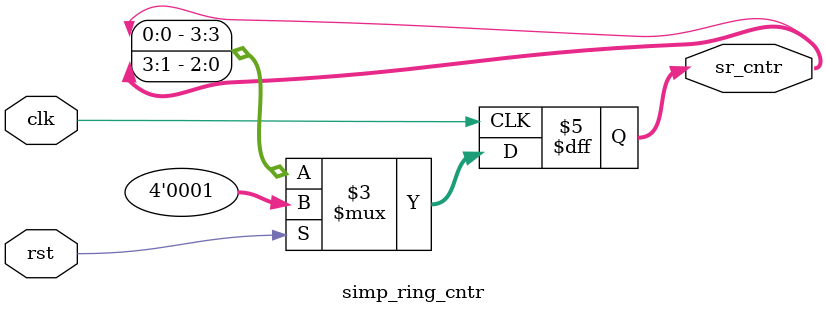
<source format=sv>
`timescale 1ns/1ns
module simp_ring_cntr #(parameter N = 4)(/*AUTOARG*/
   // Outputs
   sr_cntr,
   // Inputs
   clk, rst
   );
   // outputs
   output [N-1:0] sr_cntr;
   // inputs
   input	  clk;
   input	  rst;

   /*AUTOREG*/
   // Beginning of automatic regs (for this module's undeclared outputs)
   reg [N-1:0]		sr_cntr;
   // End of automatics
   /*AUTOWIRE*/

   always_ff@(posedge clk)
     if(rst)
       sr_cntr <= 1;
     else
       sr_cntr <= {sr_cntr[0],sr_cntr[N-1:1]};

endmodule // simp_ring_cntr
// Local Variables: 
// verilog-library-directories: ("~/Projects/FPGA_Projects/RTL/designs/ring_cntr" ".")
// End:
   

</source>
